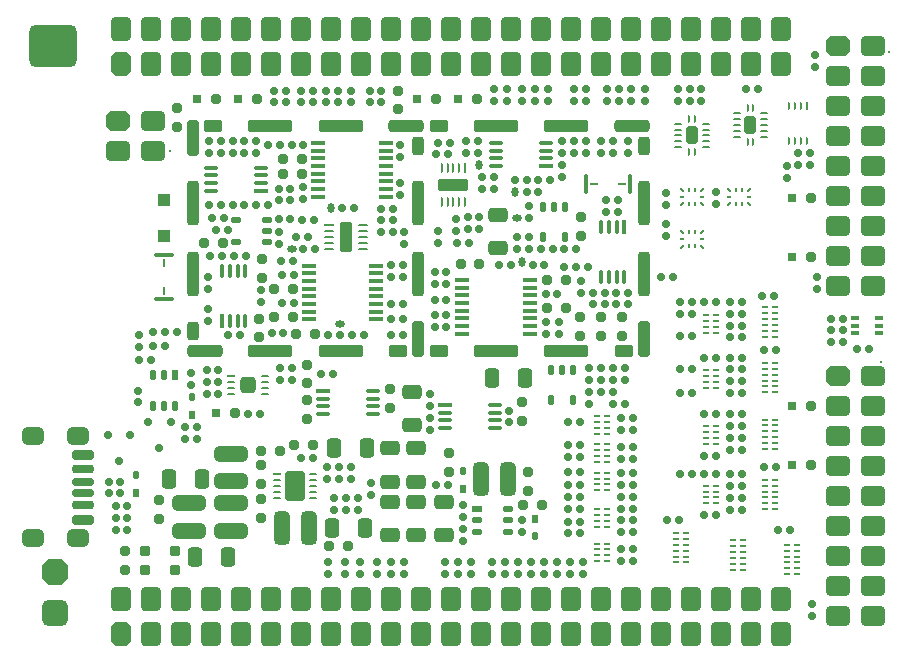
<source format=gbr>
%TF.GenerationSoftware,Altium Limited,Altium Designer,22.10.1 (41)*%
G04 Layer_Color=255*
%FSLAX45Y45*%
%MOMM*%
%TF.SameCoordinates,A8474BD1-FA4A-4BD0-88DA-22D9B4FA892B*%
%TF.FilePolarity,Positive*%
%TF.FileFunction,Pads,Top*%
%TF.Part,Single*%
G01*
G75*
%TA.AperFunction,SMDPad,CuDef*%
G04:AMPARAMS|DCode=10|XSize=0.8mm|YSize=0.8mm|CornerRadius=0.2mm|HoleSize=0mm|Usage=FLASHONLY|Rotation=180.000|XOffset=0mm|YOffset=0mm|HoleType=Round|Shape=RoundedRectangle|*
%AMROUNDEDRECTD10*
21,1,0.80000,0.40000,0,0,180.0*
21,1,0.40000,0.80000,0,0,180.0*
1,1,0.40000,-0.20000,0.20000*
1,1,0.40000,0.20000,0.20000*
1,1,0.40000,0.20000,-0.20000*
1,1,0.40000,-0.20000,-0.20000*
%
%ADD10ROUNDEDRECTD10*%
G04:AMPARAMS|DCode=11|XSize=0.6mm|YSize=0.6mm|CornerRadius=0.15mm|HoleSize=0mm|Usage=FLASHONLY|Rotation=90.000|XOffset=0mm|YOffset=0mm|HoleType=Round|Shape=RoundedRectangle|*
%AMROUNDEDRECTD11*
21,1,0.60000,0.30000,0,0,90.0*
21,1,0.30000,0.60000,0,0,90.0*
1,1,0.30000,0.15000,0.15000*
1,1,0.30000,0.15000,-0.15000*
1,1,0.30000,-0.15000,-0.15000*
1,1,0.30000,-0.15000,0.15000*
%
%ADD11ROUNDEDRECTD11*%
%ADD12R,0.58000X0.22000*%
G04:AMPARAMS|DCode=13|XSize=0.22mm|YSize=0.58mm|CornerRadius=0.055mm|HoleSize=0mm|Usage=FLASHONLY|Rotation=90.000|XOffset=0mm|YOffset=0mm|HoleType=Round|Shape=RoundedRectangle|*
%AMROUNDEDRECTD13*
21,1,0.22000,0.47000,0,0,90.0*
21,1,0.11000,0.58000,0,0,90.0*
1,1,0.11000,0.23500,0.05500*
1,1,0.11000,0.23500,-0.05500*
1,1,0.11000,-0.23500,-0.05500*
1,1,0.11000,-0.23500,0.05500*
%
%ADD13ROUNDEDRECTD13*%
G04:AMPARAMS|DCode=14|XSize=0.54mm|YSize=0.22mm|CornerRadius=0mm|HoleSize=0mm|Usage=FLASHONLY|Rotation=135.000|XOffset=0mm|YOffset=0mm|HoleType=Round|Shape=Round|*
%AMOVALD14*
21,1,0.32000,0.22000,0.00000,0.00000,135.0*
1,1,0.22000,0.11314,-0.11314*
1,1,0.22000,-0.11314,0.11314*
%
%ADD14OVALD14*%

%ADD15O,0.22000X0.45000*%
G04:AMPARAMS|DCode=16|XSize=0.54mm|YSize=0.22mm|CornerRadius=0mm|HoleSize=0mm|Usage=FLASHONLY|Rotation=45.000|XOffset=0mm|YOffset=0mm|HoleType=Round|Shape=Round|*
%AMOVALD16*
21,1,0.32000,0.22000,0.00000,0.00000,45.0*
1,1,0.22000,-0.11314,-0.11314*
1,1,0.22000,0.11314,0.11314*
%
%ADD16OVALD16*%

%ADD17O,0.45000X0.22000*%
G04:AMPARAMS|DCode=18|XSize=0.55mm|YSize=0.8mm|CornerRadius=0.1375mm|HoleSize=0mm|Usage=FLASHONLY|Rotation=0.000|XOffset=0mm|YOffset=0mm|HoleType=Round|Shape=RoundedRectangle|*
%AMROUNDEDRECTD18*
21,1,0.55000,0.52500,0,0,0.0*
21,1,0.27500,0.80000,0,0,0.0*
1,1,0.27500,0.13750,-0.26250*
1,1,0.27500,-0.13750,-0.26250*
1,1,0.27500,-0.13750,0.26250*
1,1,0.27500,0.13750,0.26250*
%
%ADD18ROUNDEDRECTD18*%
G04:AMPARAMS|DCode=19|XSize=0.23mm|YSize=0.67mm|CornerRadius=0.0575mm|HoleSize=0mm|Usage=FLASHONLY|Rotation=90.000|XOffset=0mm|YOffset=0mm|HoleType=Round|Shape=RoundedRectangle|*
%AMROUNDEDRECTD19*
21,1,0.23000,0.55500,0,0,90.0*
21,1,0.11500,0.67000,0,0,90.0*
1,1,0.11500,0.27750,0.05750*
1,1,0.11500,0.27750,-0.05750*
1,1,0.11500,-0.27750,-0.05750*
1,1,0.11500,-0.27750,0.05750*
%
%ADD19ROUNDEDRECTD19*%
G04:AMPARAMS|DCode=20|XSize=0.23mm|YSize=0.67mm|CornerRadius=0.0575mm|HoleSize=0mm|Usage=FLASHONLY|Rotation=0.000|XOffset=0mm|YOffset=0mm|HoleType=Round|Shape=RoundedRectangle|*
%AMROUNDEDRECTD20*
21,1,0.23000,0.55500,0,0,0.0*
21,1,0.11500,0.67000,0,0,0.0*
1,1,0.11500,0.05750,-0.27750*
1,1,0.11500,-0.05750,-0.27750*
1,1,0.11500,-0.05750,0.27750*
1,1,0.11500,0.05750,0.27750*
%
%ADD20ROUNDEDRECTD20*%
G04:AMPARAMS|DCode=21|XSize=1mm|YSize=1.5mm|CornerRadius=0.25mm|HoleSize=0mm|Usage=FLASHONLY|Rotation=0.000|XOffset=0mm|YOffset=0mm|HoleType=Round|Shape=RoundedRectangle|*
%AMROUNDEDRECTD21*
21,1,1.00000,1.00000,0,0,0.0*
21,1,0.50000,1.50000,0,0,0.0*
1,1,0.50000,0.25000,-0.50000*
1,1,0.50000,-0.25000,-0.50000*
1,1,0.50000,-0.25000,0.50000*
1,1,0.50000,0.25000,0.50000*
%
%ADD21ROUNDEDRECTD21*%
G04:AMPARAMS|DCode=22|XSize=0.23mm|YSize=0.7mm|CornerRadius=0.0575mm|HoleSize=0mm|Usage=FLASHONLY|Rotation=90.000|XOffset=0mm|YOffset=0mm|HoleType=Round|Shape=RoundedRectangle|*
%AMROUNDEDRECTD22*
21,1,0.23000,0.58500,0,0,90.0*
21,1,0.11500,0.70000,0,0,90.0*
1,1,0.11500,0.29250,0.05750*
1,1,0.11500,0.29250,-0.05750*
1,1,0.11500,-0.29250,-0.05750*
1,1,0.11500,-0.29250,0.05750*
%
%ADD22ROUNDEDRECTD22*%
G04:AMPARAMS|DCode=23|XSize=2.5mm|YSize=1.65mm|CornerRadius=0.165mm|HoleSize=0mm|Usage=FLASHONLY|Rotation=90.000|XOffset=0mm|YOffset=0mm|HoleType=Round|Shape=RoundedRectangle|*
%AMROUNDEDRECTD23*
21,1,2.50000,1.32000,0,0,90.0*
21,1,2.17000,1.65000,0,0,90.0*
1,1,0.33000,0.66000,1.08500*
1,1,0.33000,0.66000,-1.08500*
1,1,0.33000,-0.66000,-1.08500*
1,1,0.33000,-0.66000,1.08500*
%
%ADD23ROUNDEDRECTD23*%
%ADD24R,0.70000X0.23000*%
G04:AMPARAMS|DCode=25|XSize=0.35mm|YSize=1.15mm|CornerRadius=0.0875mm|HoleSize=0mm|Usage=FLASHONLY|Rotation=90.000|XOffset=0mm|YOffset=0mm|HoleType=Round|Shape=RoundedRectangle|*
%AMROUNDEDRECTD25*
21,1,0.35000,0.97500,0,0,90.0*
21,1,0.17500,1.15000,0,0,90.0*
1,1,0.17500,0.48750,0.08750*
1,1,0.17500,0.48750,-0.08750*
1,1,0.17500,-0.48750,-0.08750*
1,1,0.17500,-0.48750,0.08750*
%
%ADD25ROUNDEDRECTD25*%
%ADD26R,1.15000X0.35000*%
%ADD27R,0.90000X0.55000*%
G04:AMPARAMS|DCode=28|XSize=0.55mm|YSize=0.9mm|CornerRadius=0.1375mm|HoleSize=0mm|Usage=FLASHONLY|Rotation=90.000|XOffset=0mm|YOffset=0mm|HoleType=Round|Shape=RoundedRectangle|*
%AMROUNDEDRECTD28*
21,1,0.55000,0.62500,0,0,90.0*
21,1,0.27500,0.90000,0,0,90.0*
1,1,0.27500,0.31250,0.13750*
1,1,0.27500,0.31250,-0.13750*
1,1,0.27500,-0.31250,-0.13750*
1,1,0.27500,-0.31250,0.13750*
%
%ADD28ROUNDEDRECTD28*%
%ADD29R,0.55000X0.90000*%
G04:AMPARAMS|DCode=30|XSize=0.55mm|YSize=0.9mm|CornerRadius=0.1375mm|HoleSize=0mm|Usage=FLASHONLY|Rotation=0.000|XOffset=0mm|YOffset=0mm|HoleType=Round|Shape=RoundedRectangle|*
%AMROUNDEDRECTD30*
21,1,0.55000,0.62500,0,0,0.0*
21,1,0.27500,0.90000,0,0,0.0*
1,1,0.27500,0.13750,-0.31250*
1,1,0.27500,-0.13750,-0.31250*
1,1,0.27500,-0.13750,0.31250*
1,1,0.27500,0.13750,0.31250*
%
%ADD30ROUNDEDRECTD30*%
G04:AMPARAMS|DCode=31|XSize=1.4mm|YSize=1.3mm|CornerRadius=0.325mm|HoleSize=0mm|Usage=FLASHONLY|Rotation=90.000|XOffset=0mm|YOffset=0mm|HoleType=Round|Shape=RoundedRectangle|*
%AMROUNDEDRECTD31*
21,1,1.40000,0.65000,0,0,90.0*
21,1,0.75000,1.30000,0,0,90.0*
1,1,0.65000,0.32500,0.37500*
1,1,0.65000,0.32500,-0.37500*
1,1,0.65000,-0.32500,-0.37500*
1,1,0.65000,-0.32500,0.37500*
%
%ADD31ROUNDEDRECTD31*%
G04:AMPARAMS|DCode=32|XSize=0.33mm|YSize=0.7mm|CornerRadius=0.0825mm|HoleSize=0mm|Usage=FLASHONLY|Rotation=270.000|XOffset=0mm|YOffset=0mm|HoleType=Round|Shape=RoundedRectangle|*
%AMROUNDEDRECTD32*
21,1,0.33000,0.53500,0,0,270.0*
21,1,0.16500,0.70000,0,0,270.0*
1,1,0.16500,-0.26750,-0.08250*
1,1,0.16500,-0.26750,0.08250*
1,1,0.16500,0.26750,0.08250*
1,1,0.16500,0.26750,-0.08250*
%
%ADD32ROUNDEDRECTD32*%
%ADD33R,0.70000X0.33000*%
%ADD34R,0.25000X0.70000*%
G04:AMPARAMS|DCode=35|XSize=0.25mm|YSize=0.7mm|CornerRadius=0.0625mm|HoleSize=0mm|Usage=FLASHONLY|Rotation=0.000|XOffset=0mm|YOffset=0mm|HoleType=Round|Shape=RoundedRectangle|*
%AMROUNDEDRECTD35*
21,1,0.25000,0.57500,0,0,0.0*
21,1,0.12500,0.70000,0,0,0.0*
1,1,0.12500,0.06250,-0.28750*
1,1,0.12500,-0.06250,-0.28750*
1,1,0.12500,-0.06250,0.28750*
1,1,0.12500,0.06250,0.28750*
%
%ADD35ROUNDEDRECTD35*%
G04:AMPARAMS|DCode=36|XSize=0.55mm|YSize=0.8mm|CornerRadius=0.1375mm|HoleSize=0mm|Usage=FLASHONLY|Rotation=270.000|XOffset=0mm|YOffset=0mm|HoleType=Round|Shape=RoundedRectangle|*
%AMROUNDEDRECTD36*
21,1,0.55000,0.52500,0,0,270.0*
21,1,0.27500,0.80000,0,0,270.0*
1,1,0.27500,-0.26250,-0.13750*
1,1,0.27500,-0.26250,0.13750*
1,1,0.27500,0.26250,0.13750*
1,1,0.27500,0.26250,-0.13750*
%
%ADD36ROUNDEDRECTD36*%
G04:AMPARAMS|DCode=37|XSize=0.35mm|YSize=1.2mm|CornerRadius=0.0875mm|HoleSize=0mm|Usage=FLASHONLY|Rotation=90.000|XOffset=0mm|YOffset=0mm|HoleType=Round|Shape=RoundedRectangle|*
%AMROUNDEDRECTD37*
21,1,0.35000,1.02500,0,0,90.0*
21,1,0.17500,1.20000,0,0,90.0*
1,1,0.17500,0.51250,0.08750*
1,1,0.17500,0.51250,-0.08750*
1,1,0.17500,-0.51250,-0.08750*
1,1,0.17500,-0.51250,0.08750*
%
%ADD37ROUNDEDRECTD37*%
%ADD38R,1.20000X0.35000*%
%ADD39R,0.85000X0.23000*%
G04:AMPARAMS|DCode=40|XSize=0.23mm|YSize=0.85mm|CornerRadius=0.0575mm|HoleSize=0mm|Usage=FLASHONLY|Rotation=90.000|XOffset=0mm|YOffset=0mm|HoleType=Round|Shape=RoundedRectangle|*
%AMROUNDEDRECTD40*
21,1,0.23000,0.73500,0,0,90.0*
21,1,0.11500,0.85000,0,0,90.0*
1,1,0.11500,0.36750,0.05750*
1,1,0.11500,0.36750,-0.05750*
1,1,0.11500,-0.36750,-0.05750*
1,1,0.11500,-0.36750,0.05750*
%
%ADD40ROUNDEDRECTD40*%
G04:AMPARAMS|DCode=41|XSize=2.55mm|YSize=1.1mm|CornerRadius=0.275mm|HoleSize=0mm|Usage=FLASHONLY|Rotation=90.000|XOffset=0mm|YOffset=0mm|HoleType=Round|Shape=RoundedRectangle|*
%AMROUNDEDRECTD41*
21,1,2.55000,0.55000,0,0,90.0*
21,1,2.00000,1.10000,0,0,90.0*
1,1,0.55000,0.27500,1.00000*
1,1,0.55000,0.27500,-1.00000*
1,1,0.55000,-0.27500,-1.00000*
1,1,0.55000,-0.27500,1.00000*
%
%ADD41ROUNDEDRECTD41*%
G04:AMPARAMS|DCode=42|XSize=0.35mm|YSize=1.15mm|CornerRadius=0.0875mm|HoleSize=0mm|Usage=FLASHONLY|Rotation=180.000|XOffset=0mm|YOffset=0mm|HoleType=Round|Shape=RoundedRectangle|*
%AMROUNDEDRECTD42*
21,1,0.35000,0.97500,0,0,180.0*
21,1,0.17500,1.15000,0,0,180.0*
1,1,0.17500,-0.08750,0.48750*
1,1,0.17500,0.08750,0.48750*
1,1,0.17500,0.08750,-0.48750*
1,1,0.17500,-0.08750,-0.48750*
%
%ADD42ROUNDEDRECTD42*%
%ADD43R,0.35000X1.15000*%
%ADD44R,0.23000X0.85000*%
G04:AMPARAMS|DCode=45|XSize=0.23mm|YSize=0.85mm|CornerRadius=0.0575mm|HoleSize=0mm|Usage=FLASHONLY|Rotation=0.000|XOffset=0mm|YOffset=0mm|HoleType=Round|Shape=RoundedRectangle|*
%AMROUNDEDRECTD45*
21,1,0.23000,0.73500,0,0,0.0*
21,1,0.11500,0.85000,0,0,0.0*
1,1,0.11500,0.05750,-0.36750*
1,1,0.11500,-0.05750,-0.36750*
1,1,0.11500,-0.05750,0.36750*
1,1,0.11500,0.05750,0.36750*
%
%ADD45ROUNDEDRECTD45*%
G04:AMPARAMS|DCode=46|XSize=2.55mm|YSize=1.1mm|CornerRadius=0.275mm|HoleSize=0mm|Usage=FLASHONLY|Rotation=0.000|XOffset=0mm|YOffset=0mm|HoleType=Round|Shape=RoundedRectangle|*
%AMROUNDEDRECTD46*
21,1,2.55000,0.55000,0,0,0.0*
21,1,2.00000,1.10000,0,0,0.0*
1,1,0.55000,1.00000,-0.27500*
1,1,0.55000,-1.00000,-0.27500*
1,1,0.55000,-1.00000,0.27500*
1,1,0.55000,1.00000,0.27500*
%
%ADD46ROUNDEDRECTD46*%
%ADD47O,0.80000X0.60000*%
%ADD48O,0.60000X0.80000*%
G04:AMPARAMS|DCode=49|XSize=0.6mm|YSize=0.7mm|CornerRadius=0.15mm|HoleSize=0mm|Usage=FLASHONLY|Rotation=0.000|XOffset=0mm|YOffset=0mm|HoleType=Round|Shape=RoundedRectangle|*
%AMROUNDEDRECTD49*
21,1,0.60000,0.40000,0,0,0.0*
21,1,0.30000,0.70000,0,0,0.0*
1,1,0.30000,0.15000,-0.20000*
1,1,0.30000,-0.15000,-0.20000*
1,1,0.30000,-0.15000,0.20000*
1,1,0.30000,0.15000,0.20000*
%
%ADD49ROUNDEDRECTD49*%
G04:AMPARAMS|DCode=50|XSize=0.6mm|YSize=0.6mm|CornerRadius=0.15mm|HoleSize=0mm|Usage=FLASHONLY|Rotation=0.000|XOffset=0mm|YOffset=0mm|HoleType=Round|Shape=RoundedRectangle|*
%AMROUNDEDRECTD50*
21,1,0.60000,0.30000,0,0,0.0*
21,1,0.30000,0.60000,0,0,0.0*
1,1,0.30000,0.15000,-0.15000*
1,1,0.30000,-0.15000,-0.15000*
1,1,0.30000,-0.15000,0.15000*
1,1,0.30000,0.15000,0.15000*
%
%ADD50ROUNDEDRECTD50*%
%ADD51R,0.24000X0.70000*%
%ADD52O,1.70000X0.30000*%
%ADD53R,0.70000X0.24000*%
%ADD54O,0.30000X1.70000*%
G04:AMPARAMS|DCode=55|XSize=1.8mm|YSize=0.63mm|CornerRadius=0.1575mm|HoleSize=0mm|Usage=FLASHONLY|Rotation=180.000|XOffset=0mm|YOffset=0mm|HoleType=Round|Shape=RoundedRectangle|*
%AMROUNDEDRECTD55*
21,1,1.80000,0.31500,0,0,180.0*
21,1,1.48500,0.63000,0,0,180.0*
1,1,0.31500,-0.74250,0.15750*
1,1,0.31500,0.74250,0.15750*
1,1,0.31500,0.74250,-0.15750*
1,1,0.31500,-0.74250,-0.15750*
%
%ADD55ROUNDEDRECTD55*%
G04:AMPARAMS|DCode=56|XSize=1.8mm|YSize=0.72mm|CornerRadius=0.18mm|HoleSize=0mm|Usage=FLASHONLY|Rotation=180.000|XOffset=0mm|YOffset=0mm|HoleType=Round|Shape=RoundedRectangle|*
%AMROUNDEDRECTD56*
21,1,1.80000,0.36000,0,0,180.0*
21,1,1.44000,0.72000,0,0,180.0*
1,1,0.36000,-0.72000,0.18000*
1,1,0.36000,0.72000,0.18000*
1,1,0.36000,0.72000,-0.18000*
1,1,0.36000,-0.72000,-0.18000*
%
%ADD56ROUNDEDRECTD56*%
G04:AMPARAMS|DCode=57|XSize=1.8mm|YSize=0.8mm|CornerRadius=0.2mm|HoleSize=0mm|Usage=FLASHONLY|Rotation=180.000|XOffset=0mm|YOffset=0mm|HoleType=Round|Shape=RoundedRectangle|*
%AMROUNDEDRECTD57*
21,1,1.80000,0.40000,0,0,180.0*
21,1,1.40000,0.80000,0,0,180.0*
1,1,0.40000,-0.70000,0.20000*
1,1,0.40000,0.70000,0.20000*
1,1,0.40000,0.70000,-0.20000*
1,1,0.40000,-0.70000,-0.20000*
%
%ADD57ROUNDEDRECTD57*%
%TA.AperFunction,SMDPad,SMDef*%
%ADD58C,0.30000*%
%TA.AperFunction,SMDPad,CuDef*%
G04:AMPARAMS|DCode=59|XSize=3mm|YSize=1mm|CornerRadius=0.25mm|HoleSize=0mm|Usage=FLASHONLY|Rotation=90.000|XOffset=0mm|YOffset=0mm|HoleType=Round|Shape=RoundedRectangle|*
%AMROUNDEDRECTD59*
21,1,3.00000,0.50000,0,0,90.0*
21,1,2.50000,1.00000,0,0,90.0*
1,1,0.50000,0.25000,1.25000*
1,1,0.50000,0.25000,-1.25000*
1,1,0.50000,-0.25000,-1.25000*
1,1,0.50000,-0.25000,1.25000*
%
%ADD59ROUNDEDRECTD59*%
%TA.AperFunction,SMDPad,SMDef*%
G04:AMPARAMS|DCode=60|XSize=3.8mm|YSize=1mm|CornerRadius=0.25mm|HoleSize=0mm|Usage=FLASHONLY|Rotation=90.000|XOffset=0mm|YOffset=0mm|HoleType=Round|Shape=RoundedRectangle|*
%AMROUNDEDRECTD60*
21,1,3.80000,0.50000,0,0,90.0*
21,1,3.30000,1.00000,0,0,90.0*
1,1,0.50000,0.25000,1.65000*
1,1,0.50000,0.25000,-1.65000*
1,1,0.50000,-0.25000,-1.65000*
1,1,0.50000,-0.25000,1.65000*
%
%ADD60ROUNDEDRECTD60*%
%TA.AperFunction,SMDPad,CuDef*%
G04:AMPARAMS|DCode=61|XSize=1.6mm|YSize=1mm|CornerRadius=0.25mm|HoleSize=0mm|Usage=FLASHONLY|Rotation=180.000|XOffset=0mm|YOffset=0mm|HoleType=Round|Shape=RoundedRectangle|*
%AMROUNDEDRECTD61*
21,1,1.60000,0.50000,0,0,180.0*
21,1,1.10000,1.00000,0,0,180.0*
1,1,0.50000,-0.55000,0.25000*
1,1,0.50000,0.55000,0.25000*
1,1,0.50000,0.55000,-0.25000*
1,1,0.50000,-0.55000,-0.25000*
%
%ADD61ROUNDEDRECTD61*%
G04:AMPARAMS|DCode=62|XSize=3mm|YSize=1mm|CornerRadius=0.25mm|HoleSize=0mm|Usage=FLASHONLY|Rotation=0.000|XOffset=0mm|YOffset=0mm|HoleType=Round|Shape=RoundedRectangle|*
%AMROUNDEDRECTD62*
21,1,3.00000,0.50000,0,0,0.0*
21,1,2.50000,1.00000,0,0,0.0*
1,1,0.50000,1.25000,-0.25000*
1,1,0.50000,-1.25000,-0.25000*
1,1,0.50000,-1.25000,0.25000*
1,1,0.50000,1.25000,0.25000*
%
%ADD62ROUNDEDRECTD62*%
%TA.AperFunction,SMDPad,SMDef*%
G04:AMPARAMS|DCode=63|XSize=3.8mm|YSize=1mm|CornerRadius=0.25mm|HoleSize=0mm|Usage=FLASHONLY|Rotation=0.000|XOffset=0mm|YOffset=0mm|HoleType=Round|Shape=RoundedRectangle|*
%AMROUNDEDRECTD63*
21,1,3.80000,0.50000,0,0,0.0*
21,1,3.30000,1.00000,0,0,0.0*
1,1,0.50000,1.65000,-0.25000*
1,1,0.50000,-1.65000,-0.25000*
1,1,0.50000,-1.65000,0.25000*
1,1,0.50000,1.65000,0.25000*
%
%ADD63ROUNDEDRECTD63*%
%TA.AperFunction,SMDPad,CuDef*%
G04:AMPARAMS|DCode=64|XSize=1.6mm|YSize=1mm|CornerRadius=0.25mm|HoleSize=0mm|Usage=FLASHONLY|Rotation=90.000|XOffset=0mm|YOffset=0mm|HoleType=Round|Shape=RoundedRectangle|*
%AMROUNDEDRECTD64*
21,1,1.60000,0.50000,0,0,90.0*
21,1,1.10000,1.00000,0,0,90.0*
1,1,0.50000,0.25000,0.55000*
1,1,0.50000,0.25000,-0.55000*
1,1,0.50000,-0.25000,-0.55000*
1,1,0.50000,-0.25000,0.55000*
%
%ADD64ROUNDEDRECTD64*%
G04:AMPARAMS|DCode=65|XSize=2.8mm|YSize=1.3mm|CornerRadius=0.325mm|HoleSize=0mm|Usage=FLASHONLY|Rotation=90.000|XOffset=0mm|YOffset=0mm|HoleType=Round|Shape=RoundedRectangle|*
%AMROUNDEDRECTD65*
21,1,2.80000,0.65000,0,0,90.0*
21,1,2.15000,1.30000,0,0,90.0*
1,1,0.65000,0.32500,1.07500*
1,1,0.65000,0.32500,-1.07500*
1,1,0.65000,-0.32500,-1.07500*
1,1,0.65000,-0.32500,1.07500*
%
%ADD65ROUNDEDRECTD65*%
G04:AMPARAMS|DCode=66|XSize=2.8mm|YSize=1.3mm|CornerRadius=0.325mm|HoleSize=0mm|Usage=FLASHONLY|Rotation=0.000|XOffset=0mm|YOffset=0mm|HoleType=Round|Shape=RoundedRectangle|*
%AMROUNDEDRECTD66*
21,1,2.80000,0.65000,0,0,0.0*
21,1,2.15000,1.30000,0,0,0.0*
1,1,0.65000,1.07500,-0.32500*
1,1,0.65000,-1.07500,-0.32500*
1,1,0.65000,-1.07500,0.32500*
1,1,0.65000,1.07500,0.32500*
%
%ADD66ROUNDEDRECTD66*%
G04:AMPARAMS|DCode=67|XSize=0.9mm|YSize=0.8mm|CornerRadius=0.2mm|HoleSize=0mm|Usage=FLASHONLY|Rotation=0.000|XOffset=0mm|YOffset=0mm|HoleType=Round|Shape=RoundedRectangle|*
%AMROUNDEDRECTD67*
21,1,0.90000,0.40000,0,0,0.0*
21,1,0.50000,0.80000,0,0,0.0*
1,1,0.40000,0.25000,-0.20000*
1,1,0.40000,-0.25000,-0.20000*
1,1,0.40000,-0.25000,0.20000*
1,1,0.40000,0.25000,0.20000*
%
%ADD67ROUNDEDRECTD67*%
G04:AMPARAMS|DCode=68|XSize=0.8mm|YSize=0.8mm|CornerRadius=0.2mm|HoleSize=0mm|Usage=FLASHONLY|Rotation=90.000|XOffset=0mm|YOffset=0mm|HoleType=Round|Shape=RoundedRectangle|*
%AMROUNDEDRECTD68*
21,1,0.80000,0.40000,0,0,90.0*
21,1,0.40000,0.80000,0,0,90.0*
1,1,0.40000,0.20000,0.20000*
1,1,0.40000,0.20000,-0.20000*
1,1,0.40000,-0.20000,-0.20000*
1,1,0.40000,-0.20000,0.20000*
%
%ADD68ROUNDEDRECTD68*%
%ADD69R,0.80000X0.80000*%
G04:AMPARAMS|DCode=70|XSize=0.5mm|YSize=0.7mm|CornerRadius=0.125mm|HoleSize=0mm|Usage=FLASHONLY|Rotation=180.000|XOffset=0mm|YOffset=0mm|HoleType=Round|Shape=RoundedRectangle|*
%AMROUNDEDRECTD70*
21,1,0.50000,0.45000,0,0,180.0*
21,1,0.25000,0.70000,0,0,180.0*
1,1,0.25000,-0.12500,0.22500*
1,1,0.25000,0.12500,0.22500*
1,1,0.25000,0.12500,-0.22500*
1,1,0.25000,-0.12500,-0.22500*
%
%ADD70ROUNDEDRECTD70*%
%ADD71R,0.50000X0.70000*%
G04:AMPARAMS|DCode=72|XSize=1.1mm|YSize=1.1mm|CornerRadius=0.275mm|HoleSize=0mm|Usage=FLASHONLY|Rotation=180.000|XOffset=0mm|YOffset=0mm|HoleType=Round|Shape=RoundedRectangle|*
%AMROUNDEDRECTD72*
21,1,1.10000,0.55000,0,0,180.0*
21,1,0.55000,1.10000,0,0,180.0*
1,1,0.55000,-0.27500,0.27500*
1,1,0.55000,0.27500,0.27500*
1,1,0.55000,0.27500,-0.27500*
1,1,0.55000,-0.27500,-0.27500*
%
%ADD72ROUNDEDRECTD72*%
%ADD73R,1.10000X1.10000*%
G04:AMPARAMS|DCode=74|XSize=1.65mm|YSize=1.25mm|CornerRadius=0.3125mm|HoleSize=0mm|Usage=FLASHONLY|Rotation=0.000|XOffset=0mm|YOffset=0mm|HoleType=Round|Shape=RoundedRectangle|*
%AMROUNDEDRECTD74*
21,1,1.65000,0.62500,0,0,0.0*
21,1,1.02500,1.25000,0,0,0.0*
1,1,0.62500,0.51250,-0.31250*
1,1,0.62500,-0.51250,-0.31250*
1,1,0.62500,-0.51250,0.31250*
1,1,0.62500,0.51250,0.31250*
%
%ADD74ROUNDEDRECTD74*%
G04:AMPARAMS|DCode=75|XSize=1.65mm|YSize=1.25mm|CornerRadius=0.3125mm|HoleSize=0mm|Usage=FLASHONLY|Rotation=270.000|XOffset=0mm|YOffset=0mm|HoleType=Round|Shape=RoundedRectangle|*
%AMROUNDEDRECTD75*
21,1,1.65000,0.62500,0,0,270.0*
21,1,1.02500,1.25000,0,0,270.0*
1,1,0.62500,-0.31250,-0.51250*
1,1,0.62500,-0.31250,0.51250*
1,1,0.62500,0.31250,0.51250*
1,1,0.62500,0.31250,-0.51250*
%
%ADD75ROUNDEDRECTD75*%
%TA.AperFunction,ComponentPad*%
G04:AMPARAMS|DCode=95|XSize=1.7mm|YSize=2.1mm|CornerRadius=0mm|HoleSize=0mm|Usage=FLASHONLY|Rotation=270.000|XOffset=0mm|YOffset=0mm|HoleType=Round|Shape=Octagon|*
%AMOCTAGOND95*
4,1,8,1.05000,0.42500,1.05000,-0.42500,0.62500,-0.85000,-0.62500,-0.85000,-1.05000,-0.42500,-1.05000,0.42500,-0.62500,0.85000,0.62500,0.85000,1.05000,0.42500,0.0*
%
%ADD95OCTAGOND95*%

G04:AMPARAMS|DCode=96|XSize=1.7mm|YSize=2.1mm|CornerRadius=0.425mm|HoleSize=0mm|Usage=FLASHONLY|Rotation=270.000|XOffset=0mm|YOffset=0mm|HoleType=Round|Shape=RoundedRectangle|*
%AMROUNDEDRECTD96*
21,1,1.70000,1.25001,0,0,270.0*
21,1,0.85000,2.10000,0,0,270.0*
1,1,0.85000,-0.62500,-0.42500*
1,1,0.85000,-0.62500,0.42500*
1,1,0.85000,0.62500,0.42500*
1,1,0.85000,0.62500,-0.42500*
%
%ADD96ROUNDEDRECTD96*%
G04:AMPARAMS|DCode=97|XSize=1.7mm|YSize=2.1mm|CornerRadius=0mm|HoleSize=0mm|Usage=FLASHONLY|Rotation=0.000|XOffset=0mm|YOffset=0mm|HoleType=Round|Shape=Octagon|*
%AMOCTAGOND97*
4,1,8,-0.42500,1.05000,0.42500,1.05000,0.85000,0.62500,0.85000,-0.62500,0.42500,-1.05000,-0.42500,-1.05000,-0.85000,-0.62500,-0.85000,0.62500,-0.42500,1.05000,0.0*
%
%ADD97OCTAGOND97*%

G04:AMPARAMS|DCode=98|XSize=1.7mm|YSize=2.1mm|CornerRadius=0.425mm|HoleSize=0mm|Usage=FLASHONLY|Rotation=0.000|XOffset=0mm|YOffset=0mm|HoleType=Round|Shape=RoundedRectangle|*
%AMROUNDEDRECTD98*
21,1,1.70000,1.25001,0,0,0.0*
21,1,0.85000,2.10000,0,0,0.0*
1,1,0.85000,0.42500,-0.62500*
1,1,0.85000,-0.42500,-0.62500*
1,1,0.85000,-0.42500,0.62500*
1,1,0.85000,0.42500,0.62500*
%
%ADD98ROUNDEDRECTD98*%
G04:AMPARAMS|DCode=99|XSize=1.8mm|YSize=1.45mm|CornerRadius=0.3625mm|HoleSize=0mm|Usage=FLASHONLY|Rotation=180.000|XOffset=0mm|YOffset=0mm|HoleType=Round|Shape=RoundedRectangle|*
%AMROUNDEDRECTD99*
21,1,1.80000,0.72500,0,0,180.0*
21,1,1.07500,1.45000,0,0,180.0*
1,1,0.72500,-0.53750,0.36250*
1,1,0.72500,0.53750,0.36250*
1,1,0.72500,0.53750,-0.36250*
1,1,0.72500,-0.53750,-0.36250*
%
%ADD99ROUNDEDRECTD99*%
G04:AMPARAMS|DCode=100|XSize=4mm|YSize=3.6mm|CornerRadius=0.54mm|HoleSize=0mm|Usage=FLASHONLY|Rotation=0.000|XOffset=0mm|YOffset=0mm|HoleType=Round|Shape=RoundedRectangle|*
%AMROUNDEDRECTD100*
21,1,4.00000,2.52000,0,0,0.0*
21,1,2.92000,3.60000,0,0,0.0*
1,1,1.08000,1.46000,-1.26000*
1,1,1.08000,-1.46000,-1.26000*
1,1,1.08000,-1.46000,1.26000*
1,1,1.08000,1.46000,1.26000*
%
%ADD100ROUNDEDRECTD100*%
G04:AMPARAMS|DCode=101|XSize=2.2mm|YSize=2.2mm|CornerRadius=0mm|HoleSize=0mm|Usage=FLASHONLY|Rotation=270.000|XOffset=0mm|YOffset=0mm|HoleType=Round|Shape=Octagon|*
%AMOCTAGOND101*
4,1,8,-0.55000,-1.10000,0.55000,-1.10000,1.10000,-0.55000,1.10000,0.55000,0.55000,1.10000,-0.55000,1.10000,-1.10000,0.55000,-1.10000,-0.55000,-0.55000,-1.10000,0.0*
%
%ADD101OCTAGOND101*%

G04:AMPARAMS|DCode=102|XSize=2.2mm|YSize=2.2mm|CornerRadius=0.55mm|HoleSize=0mm|Usage=FLASHONLY|Rotation=270.000|XOffset=0mm|YOffset=0mm|HoleType=Round|Shape=RoundedRectangle|*
%AMROUNDEDRECTD102*
21,1,2.20000,1.10000,0,0,270.0*
21,1,1.10000,2.20000,0,0,270.0*
1,1,1.10000,-0.55000,-0.55000*
1,1,1.10000,-0.55000,0.55000*
1,1,1.10000,0.55000,0.55000*
1,1,1.10000,0.55000,-0.55000*
%
%ADD102ROUNDEDRECTD102*%
D10*
X5920000Y2850000D02*
D03*
Y2690000D02*
D03*
X3220000Y1150000D02*
D03*
Y1310000D02*
D03*
X3230000Y3340000D02*
D03*
Y3180000D02*
D03*
X5930000Y3700000D02*
D03*
Y3540000D02*
D03*
X3220000Y1600000D02*
D03*
Y1440000D02*
D03*
X4310000Y2240000D02*
D03*
Y2080000D02*
D03*
X4380000Y4610000D02*
D03*
Y4770000D02*
D03*
X3610000Y2150000D02*
D03*
Y1990000D02*
D03*
X5480000Y1540000D02*
D03*
Y1380000D02*
D03*
X4810000Y1700000D02*
D03*
Y1540000D02*
D03*
X5430000Y2130000D02*
D03*
Y1970000D02*
D03*
X2070000Y710000D02*
D03*
Y870000D02*
D03*
X2360000Y1140000D02*
D03*
Y1300000D02*
D03*
X3200000Y2680000D02*
D03*
Y2840000D02*
D03*
X6280000Y2690000D02*
D03*
Y2850000D02*
D03*
X2510000Y4620000D02*
D03*
Y4460000D02*
D03*
X6100000Y2690000D02*
D03*
Y2850000D02*
D03*
X3610000Y2290000D02*
D03*
Y2450000D02*
D03*
D11*
X6130000Y3060000D02*
D03*
X6230000D02*
D03*
X2310000Y2730000D02*
D03*
X2410000D02*
D03*
X2510000D02*
D03*
X5790000Y3280000D02*
D03*
X5890000D02*
D03*
X5990000D02*
D03*
X6200000Y4240000D02*
D03*
X6100000D02*
D03*
X6370000Y1650000D02*
D03*
X6270000D02*
D03*
X6370000Y1430000D02*
D03*
X6270000D02*
D03*
X6370000Y1900000D02*
D03*
X6270000D02*
D03*
X8150000Y2640000D02*
D03*
X8050000D02*
D03*
X8150000Y2740000D02*
D03*
X8050000D02*
D03*
X3780000Y1580000D02*
D03*
X3880000D02*
D03*
Y1480000D02*
D03*
X3780000D02*
D03*
X1930000Y1460000D02*
D03*
X2030000D02*
D03*
X3210000Y2030000D02*
D03*
X3110000D02*
D03*
X2090000Y1150000D02*
D03*
X1990000D02*
D03*
X2190000Y2490000D02*
D03*
X2290000D02*
D03*
X2090000Y1250000D02*
D03*
X1990000D02*
D03*
X2860000Y2400000D02*
D03*
X2760000D02*
D03*
X2860000Y2300000D02*
D03*
X2760000D02*
D03*
Y2200000D02*
D03*
X2860000D02*
D03*
X3380000Y2320000D02*
D03*
X3480000D02*
D03*
X6200000D02*
D03*
X6100000D02*
D03*
X5820000Y1670000D02*
D03*
X5920000D02*
D03*
X6970000Y1180000D02*
D03*
X7070000D02*
D03*
X5820000Y1330000D02*
D03*
X5920000D02*
D03*
X6200000Y2420000D02*
D03*
X6100000D02*
D03*
X6970000Y1680000D02*
D03*
X7070000D02*
D03*
X5920000Y1020000D02*
D03*
X5820000D02*
D03*
X6370000Y1330000D02*
D03*
X6270000D02*
D03*
X5820000Y1430000D02*
D03*
X5920000D02*
D03*
X5820000Y1770000D02*
D03*
X5920000D02*
D03*
X6270000Y2000000D02*
D03*
X6370000D02*
D03*
X6770000Y2210000D02*
D03*
X6870000D02*
D03*
X6770000Y2410000D02*
D03*
X6870000D02*
D03*
X6770000Y2690000D02*
D03*
X6869999D02*
D03*
X6770000Y2880000D02*
D03*
X6869999D02*
D03*
X2940000Y2700000D02*
D03*
X3040000D02*
D03*
X3580000Y3430000D02*
D03*
X3680000D02*
D03*
X3520000Y3530000D02*
D03*
X3620000D02*
D03*
X4420000Y2960000D02*
D03*
X4320000D02*
D03*
X1930000Y1360000D02*
D03*
X2030000D02*
D03*
X3570000Y3670000D02*
D03*
X3670000D02*
D03*
X6710000Y3190000D02*
D03*
X6610000D02*
D03*
X3990000Y2700000D02*
D03*
X4090000D02*
D03*
X2810000Y3690000D02*
D03*
X2910000D02*
D03*
X2980000Y4340000D02*
D03*
X3080000D02*
D03*
X6200000Y4340000D02*
D03*
X6100000D02*
D03*
X3280000Y3800000D02*
D03*
X3180000D02*
D03*
X4320000Y2700000D02*
D03*
X4420000D02*
D03*
X6240000Y3740000D02*
D03*
X6140000D02*
D03*
X4790000Y3000000D02*
D03*
X4690000D02*
D03*
X5520000Y3290000D02*
D03*
X5620000D02*
D03*
X4700000Y4230000D02*
D03*
X4800000D02*
D03*
X4790000Y3130000D02*
D03*
X4690000D02*
D03*
X5060000Y4240000D02*
D03*
X4960000D02*
D03*
X5370000Y4010000D02*
D03*
X5470000D02*
D03*
X5670000D02*
D03*
X5570000D02*
D03*
X2310000Y2610000D02*
D03*
X2410000D02*
D03*
X4010000Y3780000D02*
D03*
X3910000D02*
D03*
X3790000Y2700000D02*
D03*
X3890000D02*
D03*
X5820000Y1120000D02*
D03*
X5920000D02*
D03*
X5820000Y1230000D02*
D03*
X5920000D02*
D03*
X6270000Y1030000D02*
D03*
X6370000D02*
D03*
X6970000Y1520000D02*
D03*
X7069999D02*
D03*
X6200000Y2120000D02*
D03*
X6300000D02*
D03*
X4960000Y4340000D02*
D03*
X5060000D02*
D03*
X6970000Y2510000D02*
D03*
X7070000D02*
D03*
X6370000Y1530000D02*
D03*
X6270000D02*
D03*
X7330000Y4780000D02*
D03*
X7430000D02*
D03*
X7480000Y2570000D02*
D03*
X7580000D02*
D03*
X6660000Y1130000D02*
D03*
X6760000D02*
D03*
X7480000Y1580000D02*
D03*
X7580000D02*
D03*
X7460000Y3030000D02*
D03*
X7560000D02*
D03*
X7600000Y1050000D02*
D03*
X7700000D02*
D03*
X8270000Y2580000D02*
D03*
X8370000D02*
D03*
X3310000Y2720000D02*
D03*
X3410000D02*
D03*
X3560000Y1660000D02*
D03*
X3660000D02*
D03*
X5890000Y3430000D02*
D03*
X5790000D02*
D03*
X6970000Y2980000D02*
D03*
X7069999D02*
D03*
X2790000Y3370000D02*
D03*
X2890000D02*
D03*
X3730000Y2370000D02*
D03*
X3830000D02*
D03*
X4700000Y1430000D02*
D03*
X4800000D02*
D03*
X1990000Y1050000D02*
D03*
X2090000D02*
D03*
X3480000Y2420000D02*
D03*
X3380000D02*
D03*
X6200000Y2220000D02*
D03*
X6100000D02*
D03*
X8050000Y2840000D02*
D03*
X8150000D02*
D03*
X6770000Y2980000D02*
D03*
X6869999D02*
D03*
X6770000Y1520000D02*
D03*
X6870000D02*
D03*
X5820000Y1960000D02*
D03*
X5920000D02*
D03*
X5820000Y1540000D02*
D03*
X5920000D02*
D03*
X6370000Y1750000D02*
D03*
X6270000D02*
D03*
X6970000Y2030000D02*
D03*
X7069999D02*
D03*
X5240000Y3290000D02*
D03*
X5340000D02*
D03*
X3080000Y3800000D02*
D03*
X2980000D02*
D03*
X2780000D02*
D03*
X2880000D02*
D03*
X3390000Y3330000D02*
D03*
X3490000D02*
D03*
X3400000Y3210000D02*
D03*
X3500000D02*
D03*
X4420000Y3190000D02*
D03*
X4320000D02*
D03*
X4420000Y3290000D02*
D03*
X4320000D02*
D03*
X3280000Y4310000D02*
D03*
X3380000D02*
D03*
X3480000D02*
D03*
X3580000D02*
D03*
X4820000Y4330000D02*
D03*
X4720000D02*
D03*
X3090000Y3370000D02*
D03*
X2990000D02*
D03*
X4340000Y3570000D02*
D03*
X4240000D02*
D03*
X3400000Y2970000D02*
D03*
X3500000D02*
D03*
X4340000Y3770000D02*
D03*
X4240000D02*
D03*
X4340000Y3670000D02*
D03*
X4240000D02*
D03*
X3470000Y3680000D02*
D03*
X3370000D02*
D03*
X2840000Y3590000D02*
D03*
X2940000D02*
D03*
X3080000Y4240000D02*
D03*
X2980000D02*
D03*
X4420000Y2840000D02*
D03*
X4320000D02*
D03*
X4690000Y2870000D02*
D03*
X4790000D02*
D03*
X4690000Y2770000D02*
D03*
X4790000D02*
D03*
X6130000Y2960000D02*
D03*
X6230000D02*
D03*
X5090000Y3940000D02*
D03*
X5190000D02*
D03*
X5090000Y4040000D02*
D03*
X5190000D02*
D03*
X4980000Y3480000D02*
D03*
X4880000D02*
D03*
X5730000Y3050000D02*
D03*
X5630000D02*
D03*
X6140000Y3840000D02*
D03*
X6240000D02*
D03*
X5690000Y3430000D02*
D03*
X5590000D02*
D03*
X4690000Y3230000D02*
D03*
X4790000D02*
D03*
X5470000Y3910000D02*
D03*
X5570000D02*
D03*
D12*
X6067000Y935000D02*
D03*
X6987000Y1425000D02*
D03*
Y2405000D02*
D03*
X6067000Y1775000D02*
D03*
Y2015000D02*
D03*
Y1225000D02*
D03*
Y1535000D02*
D03*
X6987000Y1930000D02*
D03*
Y2869975D02*
D03*
X7677000Y925000D02*
D03*
X7487000Y1985000D02*
D03*
X7217000Y965000D02*
D03*
X7487000Y2465000D02*
D03*
X6737000Y1025000D02*
D03*
X7487000Y2935000D02*
D03*
X7487000Y1475000D02*
D03*
D13*
X6067000Y885000D02*
D03*
Y835000D02*
D03*
Y785000D02*
D03*
X6153000Y935000D02*
D03*
Y885000D02*
D03*
Y835000D02*
D03*
Y785000D02*
D03*
X6987000Y1375000D02*
D03*
Y1325000D02*
D03*
Y1275000D02*
D03*
X7073000Y1425000D02*
D03*
Y1375000D02*
D03*
Y1325000D02*
D03*
Y1275000D02*
D03*
X6987000Y2355000D02*
D03*
Y2305000D02*
D03*
Y2255000D02*
D03*
X7073000Y2405000D02*
D03*
Y2355000D02*
D03*
Y2305000D02*
D03*
Y2255000D02*
D03*
X6067000Y1725000D02*
D03*
Y1675000D02*
D03*
Y1625000D02*
D03*
X6153000Y1775000D02*
D03*
Y1725000D02*
D03*
Y1675000D02*
D03*
Y1625000D02*
D03*
X6067000Y1965000D02*
D03*
Y1915000D02*
D03*
Y1865000D02*
D03*
X6153000Y2015000D02*
D03*
Y1965000D02*
D03*
Y1915000D02*
D03*
Y1865000D02*
D03*
X6067000Y1175000D02*
D03*
Y1125000D02*
D03*
Y1075000D02*
D03*
X6153000Y1225000D02*
D03*
Y1175000D02*
D03*
Y1125000D02*
D03*
Y1075000D02*
D03*
X6067000Y1485000D02*
D03*
Y1435000D02*
D03*
Y1385000D02*
D03*
X6153000Y1535000D02*
D03*
Y1485000D02*
D03*
Y1435000D02*
D03*
Y1385000D02*
D03*
X6987000Y1880000D02*
D03*
Y1830000D02*
D03*
Y1780000D02*
D03*
X7073000Y1930000D02*
D03*
Y1880000D02*
D03*
Y1830000D02*
D03*
Y1780000D02*
D03*
X6987000Y2819975D02*
D03*
Y2769975D02*
D03*
Y2719975D02*
D03*
X7073000Y2869975D02*
D03*
Y2819975D02*
D03*
Y2769975D02*
D03*
Y2719975D02*
D03*
X7677000Y875000D02*
D03*
Y825000D02*
D03*
Y775000D02*
D03*
Y725000D02*
D03*
Y675000D02*
D03*
X7763000Y925000D02*
D03*
Y875000D02*
D03*
Y825000D02*
D03*
Y775000D02*
D03*
Y725000D02*
D03*
Y675000D02*
D03*
X7487000Y1935000D02*
D03*
Y1885000D02*
D03*
Y1835000D02*
D03*
Y1785000D02*
D03*
Y1735000D02*
D03*
X7573000Y1985000D02*
D03*
Y1935000D02*
D03*
Y1885000D02*
D03*
Y1835000D02*
D03*
Y1785000D02*
D03*
Y1735000D02*
D03*
X7217000Y915000D02*
D03*
Y865000D02*
D03*
Y815000D02*
D03*
Y765000D02*
D03*
Y715000D02*
D03*
X7303000Y965000D02*
D03*
Y915000D02*
D03*
Y865000D02*
D03*
Y815000D02*
D03*
Y765000D02*
D03*
Y715000D02*
D03*
X7487000Y2415000D02*
D03*
Y2365000D02*
D03*
Y2315000D02*
D03*
Y2265000D02*
D03*
Y2215000D02*
D03*
X7573000Y2465000D02*
D03*
Y2415000D02*
D03*
Y2365000D02*
D03*
Y2315000D02*
D03*
Y2265000D02*
D03*
Y2215000D02*
D03*
X6737000Y975000D02*
D03*
Y925000D02*
D03*
Y875000D02*
D03*
Y825000D02*
D03*
Y775000D02*
D03*
X6823000Y1025000D02*
D03*
Y975000D02*
D03*
Y925000D02*
D03*
Y875000D02*
D03*
Y825000D02*
D03*
Y775000D02*
D03*
X7487000Y2885000D02*
D03*
Y2835000D02*
D03*
Y2785000D02*
D03*
Y2735000D02*
D03*
Y2685000D02*
D03*
X7573000Y2935000D02*
D03*
Y2885000D02*
D03*
Y2835000D02*
D03*
Y2785000D02*
D03*
Y2735000D02*
D03*
Y2685000D02*
D03*
X7487000Y1425000D02*
D03*
Y1375000D02*
D03*
Y1325000D02*
D03*
Y1275000D02*
D03*
Y1225000D02*
D03*
X7573000Y1475000D02*
D03*
Y1425000D02*
D03*
Y1375000D02*
D03*
Y1325000D02*
D03*
Y1275000D02*
D03*
Y1225000D02*
D03*
D14*
X6784747Y3930254D02*
D03*
X6955253Y3809747D02*
D03*
X7184747Y3930253D02*
D03*
X7355253Y3809747D02*
D03*
X6784747Y3570253D02*
D03*
X6955253Y3449747D02*
D03*
D15*
X6845000Y3930001D02*
D03*
X6895000D02*
D03*
X6845000Y3810001D02*
D03*
X6895000D02*
D03*
X7245000Y3930000D02*
D03*
X7295000D02*
D03*
X7245000Y3810000D02*
D03*
X7295000D02*
D03*
X6845000Y3570000D02*
D03*
X6895000D02*
D03*
X6845000Y3450000D02*
D03*
X6895000D02*
D03*
D16*
X6955253Y3930254D02*
D03*
X6784747Y3809747D02*
D03*
X7355253Y3930253D02*
D03*
X7184747Y3809747D02*
D03*
X6955253Y3570253D02*
D03*
X6784747Y3449747D02*
D03*
D17*
X6785000Y3870000D02*
D03*
X6955000D02*
D03*
X7185000Y3870000D02*
D03*
X7355000D02*
D03*
X6785000Y3510000D02*
D03*
X6955000D02*
D03*
D18*
X5795000Y3787500D02*
D03*
X5700000D02*
D03*
X5605000D02*
D03*
Y3532500D02*
D03*
X5795000D02*
D03*
X5865000Y2407500D02*
D03*
X5770000D02*
D03*
X5675000D02*
D03*
Y2152500D02*
D03*
X5865000D02*
D03*
D19*
X6752000Y4490000D02*
D03*
Y4290000D02*
D03*
Y4440000D02*
D03*
Y4390000D02*
D03*
Y4340000D02*
D03*
X6988000Y4290000D02*
D03*
Y4340000D02*
D03*
Y4390000D02*
D03*
Y4440000D02*
D03*
Y4490000D02*
D03*
X7246998Y4580001D02*
D03*
Y4380001D02*
D03*
Y4530001D02*
D03*
Y4480001D02*
D03*
Y4430001D02*
D03*
X7482998Y4380001D02*
D03*
Y4430001D02*
D03*
Y4480001D02*
D03*
Y4530001D02*
D03*
Y4580001D02*
D03*
D20*
X6845000Y4247000D02*
D03*
X6895000D02*
D03*
Y4533000D02*
D03*
X6845000D02*
D03*
X7339998Y4337001D02*
D03*
X7389998D02*
D03*
Y4623001D02*
D03*
X7339998D02*
D03*
D21*
X6870000Y4390000D02*
D03*
X7364998Y4480001D02*
D03*
D22*
X3665000Y1320000D02*
D03*
Y1370000D02*
D03*
Y1420000D02*
D03*
Y1470000D02*
D03*
Y1520000D02*
D03*
X3355000Y1320000D02*
D03*
Y1370000D02*
D03*
Y1420000D02*
D03*
Y1470000D02*
D03*
X3254999Y2205000D02*
D03*
Y2255000D02*
D03*
Y2305000D02*
D03*
Y2355000D02*
D03*
X2964999Y2205000D02*
D03*
Y2255000D02*
D03*
Y2305000D02*
D03*
D23*
X3510000Y1420000D02*
D03*
D24*
X3355000Y1520000D02*
D03*
X2964999Y2355000D02*
D03*
D25*
X4172500Y2032500D02*
D03*
Y2097500D02*
D03*
Y2162500D02*
D03*
Y2227500D02*
D03*
X3747500Y2032500D02*
D03*
Y2097500D02*
D03*
Y2162500D02*
D03*
X5202500Y1912500D02*
D03*
Y1977500D02*
D03*
Y2042500D02*
D03*
Y2107500D02*
D03*
X4777500Y1912500D02*
D03*
Y1977500D02*
D03*
Y2042500D02*
D03*
X2797500Y4117500D02*
D03*
Y4052500D02*
D03*
Y3987500D02*
D03*
Y3922500D02*
D03*
X3222500Y4117500D02*
D03*
Y4052500D02*
D03*
Y3987500D02*
D03*
X5207500Y4327500D02*
D03*
Y4262500D02*
D03*
Y4197500D02*
D03*
Y4132500D02*
D03*
X5632500Y4327500D02*
D03*
Y4262500D02*
D03*
Y4197500D02*
D03*
D26*
X3747500Y2227500D02*
D03*
X4777500Y2107500D02*
D03*
X3222500Y3922500D02*
D03*
X5632500Y4132500D02*
D03*
D27*
X5050000Y1225000D02*
D03*
D28*
Y1130000D02*
D03*
Y1035000D02*
D03*
X5310000D02*
D03*
Y1130000D02*
D03*
Y1225000D02*
D03*
D29*
X2495000Y2360000D02*
D03*
D30*
X2400000D02*
D03*
X2305000D02*
D03*
Y2100000D02*
D03*
X2400000D02*
D03*
X2495000D02*
D03*
D31*
X3109999Y2280000D02*
D03*
D32*
X8250265Y2714551D02*
D03*
Y2779551D02*
D03*
Y2844551D02*
D03*
X8450266D02*
D03*
Y2779551D02*
D03*
D33*
Y2714551D02*
D03*
D34*
X7839999Y4640000D02*
D03*
D35*
X7789999D02*
D03*
X7739999D02*
D03*
X7689999D02*
D03*
X7839999Y4340000D02*
D03*
X7789999D02*
D03*
X7739999D02*
D03*
X7689999D02*
D03*
D36*
X3267500Y3485000D02*
D03*
Y3580000D02*
D03*
Y3675000D02*
D03*
X3012500D02*
D03*
Y3485000D02*
D03*
D37*
X4195000Y2832500D02*
D03*
Y2897500D02*
D03*
Y2962500D02*
D03*
Y3027500D02*
D03*
Y3092500D02*
D03*
Y3157500D02*
D03*
Y3222500D02*
D03*
Y3287500D02*
D03*
X3625000Y2832500D02*
D03*
Y2897500D02*
D03*
Y2962500D02*
D03*
Y3027500D02*
D03*
Y3092500D02*
D03*
Y3157500D02*
D03*
Y3222500D02*
D03*
X4275000Y3872500D02*
D03*
Y3937500D02*
D03*
Y4002500D02*
D03*
Y4067500D02*
D03*
Y4132500D02*
D03*
Y4197500D02*
D03*
Y4262500D02*
D03*
Y4327500D02*
D03*
X3705000Y3872500D02*
D03*
Y3937500D02*
D03*
Y4002500D02*
D03*
Y4067500D02*
D03*
Y4132500D02*
D03*
Y4197500D02*
D03*
Y4262500D02*
D03*
X4925000Y3167500D02*
D03*
Y3102500D02*
D03*
Y3037500D02*
D03*
Y2972500D02*
D03*
Y2907500D02*
D03*
Y2842500D02*
D03*
Y2777500D02*
D03*
Y2712500D02*
D03*
X5495000Y3167500D02*
D03*
Y3102500D02*
D03*
Y3037500D02*
D03*
Y2972500D02*
D03*
Y2907500D02*
D03*
Y2842500D02*
D03*
Y2777500D02*
D03*
D38*
X3625000Y3287500D02*
D03*
X3705000Y4327500D02*
D03*
X5495000Y2712500D02*
D03*
D39*
X3795000Y3630000D02*
D03*
D40*
Y3580000D02*
D03*
Y3530000D02*
D03*
Y3480000D02*
D03*
Y3430000D02*
D03*
X4085000Y3630000D02*
D03*
Y3580000D02*
D03*
Y3530000D02*
D03*
Y3480000D02*
D03*
Y3430000D02*
D03*
D41*
X3940000Y3530000D02*
D03*
D42*
X3087500Y3242500D02*
D03*
X3022500D02*
D03*
X2957500D02*
D03*
X2892500D02*
D03*
X3087500Y2817500D02*
D03*
X3022500D02*
D03*
X2957500D02*
D03*
X6102500Y3187500D02*
D03*
X6167500D02*
D03*
X6232500D02*
D03*
X6297500D02*
D03*
X6102500Y3612500D02*
D03*
X6167500D02*
D03*
X6232500D02*
D03*
D43*
X2892500Y2817500D02*
D03*
X6297500Y3612500D02*
D03*
D44*
X4950000Y4115000D02*
D03*
D45*
X4900000D02*
D03*
X4850000D02*
D03*
X4800000D02*
D03*
X4750000D02*
D03*
X4950000Y3825000D02*
D03*
X4900000D02*
D03*
X4850000D02*
D03*
X4800000D02*
D03*
X4750000D02*
D03*
D46*
X4850000Y3970000D02*
D03*
D47*
X3480000Y3430000D02*
D03*
X3890000Y2790000D02*
D03*
X5390000Y3690000D02*
D03*
D48*
X3810000Y3780000D02*
D03*
X5430000Y3320000D02*
D03*
X5070000Y4140000D02*
D03*
X5370000Y3910000D02*
D03*
D49*
X2020000Y1630000D02*
D03*
X1925000Y1850000D02*
D03*
X2115000D02*
D03*
X2360000Y1740000D02*
D03*
X2265000Y1960000D02*
D03*
X2455000D02*
D03*
D50*
X5870000Y4240000D02*
D03*
Y4340000D02*
D03*
X5970000D02*
D03*
Y4240000D02*
D03*
X6470000Y4680000D02*
D03*
Y4780000D02*
D03*
X6350000D02*
D03*
Y4680000D02*
D03*
X6250000D02*
D03*
Y4780000D02*
D03*
X6150000D02*
D03*
Y4680000D02*
D03*
X6270000Y1230000D02*
D03*
Y1130000D02*
D03*
X7190000Y1220000D02*
D03*
Y1320000D02*
D03*
Y2030000D02*
D03*
Y1930000D02*
D03*
X7190000Y2210000D02*
D03*
Y2310000D02*
D03*
Y2510000D02*
D03*
Y2410000D02*
D03*
X7190000Y2680000D02*
D03*
Y2780000D02*
D03*
Y2980000D02*
D03*
Y2880000D02*
D03*
X3980000Y1480000D02*
D03*
Y1580000D02*
D03*
X3940000Y1220000D02*
D03*
Y1320000D02*
D03*
X4930000Y1060000D02*
D03*
Y960000D02*
D03*
Y1260000D02*
D03*
Y1160000D02*
D03*
X3560000Y4770000D02*
D03*
Y4670000D02*
D03*
X2180000Y2130000D02*
D03*
Y2230000D02*
D03*
X2190000Y2600000D02*
D03*
Y2700000D02*
D03*
X2580000Y1920000D02*
D03*
Y1820000D02*
D03*
X5190000Y4780000D02*
D03*
Y4680000D02*
D03*
X3330000Y4770000D02*
D03*
Y4670000D02*
D03*
X5300000Y4780000D02*
D03*
Y4680000D02*
D03*
X3430000Y4770000D02*
D03*
Y4670000D02*
D03*
X4320000Y781000D02*
D03*
Y681000D02*
D03*
X4430000Y781000D02*
D03*
Y681000D02*
D03*
X5970000Y4680000D02*
D03*
Y4780000D02*
D03*
X5870000Y4680000D02*
D03*
Y4780000D02*
D03*
X5950000Y780000D02*
D03*
Y680000D02*
D03*
X5840000Y780000D02*
D03*
Y680000D02*
D03*
X6750000Y4780000D02*
D03*
Y4680000D02*
D03*
X6850000Y4780000D02*
D03*
Y4680000D02*
D03*
X5730000Y780000D02*
D03*
Y680000D02*
D03*
X5620000Y780000D02*
D03*
Y680000D02*
D03*
X5510000D02*
D03*
Y780000D02*
D03*
X5400000D02*
D03*
Y680000D02*
D03*
X5540000Y4680000D02*
D03*
Y4780000D02*
D03*
X5290000Y780000D02*
D03*
Y680000D02*
D03*
X5180000Y780000D02*
D03*
Y680000D02*
D03*
X5430000Y4780000D02*
D03*
Y4680000D02*
D03*
X5000000Y780000D02*
D03*
Y680000D02*
D03*
X5650000Y4680000D02*
D03*
Y4780000D02*
D03*
X4890000Y780000D02*
D03*
Y680000D02*
D03*
X4060000Y780000D02*
D03*
Y680000D02*
D03*
X3930000Y681000D02*
D03*
Y781000D02*
D03*
X4240000Y4670000D02*
D03*
Y4770000D02*
D03*
X4140000D02*
D03*
Y4670000D02*
D03*
X3980000D02*
D03*
Y4770000D02*
D03*
X3870000D02*
D03*
Y4670000D02*
D03*
X3770000D02*
D03*
Y4770000D02*
D03*
X7670000Y4030000D02*
D03*
Y4130000D02*
D03*
X7770000Y4140000D02*
D03*
Y4240000D02*
D03*
X6370000Y890000D02*
D03*
Y790000D02*
D03*
X6270000D02*
D03*
Y890000D02*
D03*
X6370000Y1130000D02*
D03*
Y1230000D02*
D03*
X4200000Y680000D02*
D03*
Y780000D02*
D03*
X3790000Y680000D02*
D03*
Y780000D02*
D03*
X4780000Y680000D02*
D03*
Y780000D02*
D03*
X7290000Y1320000D02*
D03*
Y1220000D02*
D03*
Y1420000D02*
D03*
Y1520000D02*
D03*
X7190000D02*
D03*
Y1420000D02*
D03*
X7290000Y1830000D02*
D03*
Y1730000D02*
D03*
X7190000D02*
D03*
Y1830000D02*
D03*
X7290000Y1930000D02*
D03*
Y2030000D02*
D03*
X7290000Y2310000D02*
D03*
Y2210000D02*
D03*
Y2410000D02*
D03*
Y2510000D02*
D03*
X7290000Y2780000D02*
D03*
Y2680000D02*
D03*
Y2880000D02*
D03*
Y2980000D02*
D03*
X4400000Y3890000D02*
D03*
Y3990000D02*
D03*
X2880000Y4340000D02*
D03*
Y4240000D02*
D03*
X3470000Y3840000D02*
D03*
Y3940000D02*
D03*
X5490000Y3530000D02*
D03*
Y3430000D02*
D03*
Y3690000D02*
D03*
Y3790000D02*
D03*
X4720000Y3480000D02*
D03*
Y3580000D02*
D03*
X5770000Y4340000D02*
D03*
Y4240000D02*
D03*
X6330000D02*
D03*
Y4340000D02*
D03*
X5770000Y4040000D02*
D03*
Y4140000D02*
D03*
X5930000Y3060000D02*
D03*
Y3160000D02*
D03*
X2780000Y4340000D02*
D03*
Y4240000D02*
D03*
X5390000Y3430000D02*
D03*
Y3530000D02*
D03*
X6950000Y4780000D02*
D03*
Y4680000D02*
D03*
X2680000Y1820000D02*
D03*
Y1920000D02*
D03*
X7070000Y3810000D02*
D03*
Y3910000D02*
D03*
X6650000Y3800000D02*
D03*
Y3900000D02*
D03*
X7930000Y3190000D02*
D03*
Y3090000D02*
D03*
X7890000Y420000D02*
D03*
Y320000D02*
D03*
X7910000Y5070000D02*
D03*
Y4970000D02*
D03*
X3840000Y1220000D02*
D03*
Y1320000D02*
D03*
X4040000D02*
D03*
Y1220000D02*
D03*
X4150000Y1450000D02*
D03*
Y1350000D02*
D03*
X4650000Y2200000D02*
D03*
Y2100000D02*
D03*
X5430000Y1030000D02*
D03*
Y1130000D02*
D03*
X5320000Y2060000D02*
D03*
Y1960000D02*
D03*
X4650000Y2000000D02*
D03*
Y1900000D02*
D03*
X3660000Y4670000D02*
D03*
Y4770000D02*
D03*
X2630000Y2380000D02*
D03*
Y2280000D02*
D03*
X6000000Y2120000D02*
D03*
Y2220000D02*
D03*
Y2420000D02*
D03*
Y2320000D02*
D03*
X7870000Y4140000D02*
D03*
Y4240000D02*
D03*
X6650000Y3640000D02*
D03*
Y3540000D02*
D03*
X6300000Y2420000D02*
D03*
Y2320000D02*
D03*
X4400000Y4210000D02*
D03*
Y4310000D02*
D03*
X3220000Y2980000D02*
D03*
Y3080000D02*
D03*
X2769702Y3090546D02*
D03*
Y3190546D02*
D03*
X3370000Y3470000D02*
D03*
Y3570000D02*
D03*
X4430000D02*
D03*
Y3470000D02*
D03*
X2770000Y2820000D02*
D03*
Y2920000D02*
D03*
X3580000Y3850000D02*
D03*
Y3950000D02*
D03*
X3180000Y4240000D02*
D03*
Y4340000D02*
D03*
X3370000Y3940000D02*
D03*
Y3840000D02*
D03*
X5740000Y2710000D02*
D03*
Y2810000D02*
D03*
X5630000Y2710000D02*
D03*
Y2810000D02*
D03*
X6030000Y2960000D02*
D03*
Y3060000D02*
D03*
X6330000Y2960000D02*
D03*
Y3060000D02*
D03*
X4870000Y3580000D02*
D03*
Y3680000D02*
D03*
X5070000Y3600000D02*
D03*
Y3700000D02*
D03*
X4970000Y3600000D02*
D03*
Y3700000D02*
D03*
D51*
X2400000Y3070000D02*
D03*
Y3310000D02*
D03*
D52*
Y3005000D02*
D03*
Y3375000D02*
D03*
D53*
X6280000Y3980000D02*
D03*
X6040000D02*
D03*
D54*
X6345000D02*
D03*
X5975000D02*
D03*
D55*
X1710000Y1460000D02*
D03*
Y1360000D02*
D03*
D56*
Y1258000D02*
D03*
Y1562000D02*
D03*
D57*
Y1135000D02*
D03*
Y1685000D02*
D03*
D58*
X8470000Y2410000D02*
D03*
Y2470000D02*
D03*
X8480000Y5100000D02*
D03*
X8540000D02*
D03*
X2453181Y4259791D02*
D03*
X2393181D02*
D03*
D59*
X2645000Y4370000D02*
D03*
X4550000Y2665000D02*
D03*
X6460000D02*
D03*
D60*
X2645000Y3815000D02*
D03*
Y3220000D02*
D03*
X4550000D02*
D03*
Y3815000D02*
D03*
X6460000Y3220000D02*
D03*
Y3815000D02*
D03*
D61*
X2815000Y4470000D02*
D03*
X4380000Y2565000D02*
D03*
X4725000Y4470000D02*
D03*
X6290000Y2565000D02*
D03*
X4725000D02*
D03*
D62*
X4450000Y4470000D02*
D03*
X2745000Y2565000D02*
D03*
X6360000Y4470000D02*
D03*
D63*
X3895000D02*
D03*
X3300000D02*
D03*
Y2565000D02*
D03*
X3895000D02*
D03*
X5805000Y4470000D02*
D03*
X5210000D02*
D03*
Y2565000D02*
D03*
X5805000D02*
D03*
D64*
X4550000Y4300000D02*
D03*
X2645000Y2735000D02*
D03*
X6460000Y4300000D02*
D03*
D65*
X3629998Y1070001D02*
D03*
X3399998D02*
D03*
X5085000Y1480000D02*
D03*
X5315000D02*
D03*
D66*
X2970000Y1045000D02*
D03*
Y1275000D02*
D03*
X2970000Y1695000D02*
D03*
Y1465000D02*
D03*
X2610000Y1275000D02*
D03*
Y1045000D02*
D03*
D67*
X2490000Y710000D02*
D03*
Y870000D02*
D03*
X2240000D02*
D03*
Y710000D02*
D03*
D68*
X7880000Y1600000D02*
D03*
Y3360000D02*
D03*
X3000000Y2040000D02*
D03*
X5050000Y4700000D02*
D03*
X3190000D02*
D03*
X4700000D02*
D03*
X2840000D02*
D03*
X7880000Y2100000D02*
D03*
Y3860000D02*
D03*
X3220000Y1720000D02*
D03*
X3380000D02*
D03*
X3960000Y910000D02*
D03*
X3800000D02*
D03*
X3500000Y1770000D02*
D03*
X3660000D02*
D03*
X5600000Y1260000D02*
D03*
X5440000D02*
D03*
X2740000Y3480000D02*
D03*
X2900000D02*
D03*
X3330000Y3090000D02*
D03*
X3490000D02*
D03*
X3330000Y2850000D02*
D03*
X3490000D02*
D03*
X3410000Y4190000D02*
D03*
X3570000D02*
D03*
X3410000Y4060000D02*
D03*
X3570000D02*
D03*
X5070000Y3300000D02*
D03*
X4910000D02*
D03*
X3680000Y2710000D02*
D03*
X3520000D02*
D03*
X5800000Y2930000D02*
D03*
X5640000D02*
D03*
X5800000Y3170000D02*
D03*
X5640000D02*
D03*
D69*
X7720000Y1600000D02*
D03*
Y3360000D02*
D03*
X2840000Y2040000D02*
D03*
X4890000Y4700000D02*
D03*
X3030000D02*
D03*
X4540000D02*
D03*
X2680000D02*
D03*
X7720000Y2100000D02*
D03*
Y3860000D02*
D03*
D70*
X2640000Y2175000D02*
D03*
X5540000Y995000D02*
D03*
X4930000Y1545000D02*
D03*
X2160000Y1515000D02*
D03*
D71*
X2640000Y2025000D02*
D03*
X5540000Y1145000D02*
D03*
X4930000Y1395000D02*
D03*
X2160000Y1365000D02*
D03*
D72*
X2400000Y3840000D02*
D03*
D73*
Y3540000D02*
D03*
D74*
X4310000Y1460000D02*
D03*
Y1740000D02*
D03*
X4530000Y1290000D02*
D03*
Y1010000D02*
D03*
X4310000Y1290000D02*
D03*
Y1010000D02*
D03*
X4530000Y1460000D02*
D03*
Y1740000D02*
D03*
X5230000Y3720000D02*
D03*
Y3440000D02*
D03*
X4500000Y1940000D02*
D03*
Y2220000D02*
D03*
X4770000Y1290000D02*
D03*
Y1010000D02*
D03*
D75*
X3820000Y1070000D02*
D03*
X4100000D02*
D03*
X3840000Y1740000D02*
D03*
X4120000D02*
D03*
X2720000Y1480000D02*
D03*
X2440000D02*
D03*
X2660000Y820000D02*
D03*
X2940000D02*
D03*
X5460000Y2340000D02*
D03*
X5180000D02*
D03*
D95*
X8108000Y2349500D02*
D03*
Y5143500D02*
D03*
X2012000Y4512400D02*
D03*
D96*
X8108000Y2095500D02*
D03*
Y1841500D02*
D03*
Y1587500D02*
D03*
Y1333500D02*
D03*
Y1079500D02*
D03*
Y825500D02*
D03*
X8402000Y2349500D02*
D03*
Y2095500D02*
D03*
Y1841500D02*
D03*
Y1587500D02*
D03*
Y1333500D02*
D03*
Y1079500D02*
D03*
Y825500D02*
D03*
X8108000Y571500D02*
D03*
Y317500D02*
D03*
X8402000Y571500D02*
D03*
Y317500D02*
D03*
X8108000Y4889500D02*
D03*
Y4635500D02*
D03*
Y4381500D02*
D03*
Y4127500D02*
D03*
Y3873500D02*
D03*
Y3619500D02*
D03*
X8402000Y5143500D02*
D03*
Y4889500D02*
D03*
Y4635500D02*
D03*
Y4381500D02*
D03*
Y4127500D02*
D03*
Y3873500D02*
D03*
Y3619500D02*
D03*
X8108000Y3365500D02*
D03*
Y3111500D02*
D03*
X8402000Y3365500D02*
D03*
Y3111500D02*
D03*
X2306000Y4512400D02*
D03*
Y4258400D02*
D03*
X2012000D02*
D03*
D97*
X2032000Y170500D02*
D03*
Y4996500D02*
D03*
D98*
X2286000Y170500D02*
D03*
X2540000D02*
D03*
X2794000D02*
D03*
X3048000D02*
D03*
X3302000D02*
D03*
X3556000D02*
D03*
X3810000D02*
D03*
X4064000D02*
D03*
X4318000D02*
D03*
X4572000D02*
D03*
X4826000D02*
D03*
X5080000D02*
D03*
X5334000D02*
D03*
X5588000D02*
D03*
X5842000D02*
D03*
X6096000D02*
D03*
X6350000D02*
D03*
X6604000D02*
D03*
X6858000D02*
D03*
X7112000D02*
D03*
X7366000D02*
D03*
X7620000D02*
D03*
X2032000Y464500D02*
D03*
X2286000D02*
D03*
X2540000D02*
D03*
X2794000D02*
D03*
X3048000D02*
D03*
X3302000D02*
D03*
X3556000D02*
D03*
X3810000D02*
D03*
X4064000D02*
D03*
X4318000D02*
D03*
X4572000D02*
D03*
X4826000D02*
D03*
X5080000D02*
D03*
X5334000D02*
D03*
X5588000D02*
D03*
X5842000D02*
D03*
X6096000D02*
D03*
X6350000D02*
D03*
X6604000D02*
D03*
X6858000D02*
D03*
X7112000D02*
D03*
X7366000D02*
D03*
X7620000D02*
D03*
X2286000Y4996500D02*
D03*
X2540000D02*
D03*
X2794000D02*
D03*
X3048000D02*
D03*
X3302000D02*
D03*
X3556000D02*
D03*
X3810000D02*
D03*
X4064000D02*
D03*
X4318000D02*
D03*
X4572000D02*
D03*
X4826000D02*
D03*
X5080000D02*
D03*
X5334000D02*
D03*
X5588000D02*
D03*
X5842000D02*
D03*
X6096000D02*
D03*
X6350000D02*
D03*
X6604000D02*
D03*
X6858000D02*
D03*
X7112000D02*
D03*
X7366000D02*
D03*
X7620000D02*
D03*
X2032000Y5290500D02*
D03*
X2286000D02*
D03*
X2540000D02*
D03*
X2794000D02*
D03*
X3048000D02*
D03*
X3302000D02*
D03*
X3556000D02*
D03*
X3810000D02*
D03*
X4064000D02*
D03*
X4318000D02*
D03*
X4572000D02*
D03*
X4826000D02*
D03*
X5080000D02*
D03*
X5334000D02*
D03*
X5588000D02*
D03*
X5842000D02*
D03*
X6096000D02*
D03*
X6350000D02*
D03*
X6604000D02*
D03*
X6858000D02*
D03*
X7112000D02*
D03*
X7366000D02*
D03*
X7620000D02*
D03*
D99*
X1672000Y978000D02*
D03*
X1292000D02*
D03*
X1672000Y1842000D02*
D03*
X1292000D02*
D03*
D100*
X1460500Y5143500D02*
D03*
D101*
X1480000Y695000D02*
D03*
D102*
Y345000D02*
D03*
%TF.MD5,2e26525bfcd306b855c5088e9fe3dd71*%
M02*

</source>
